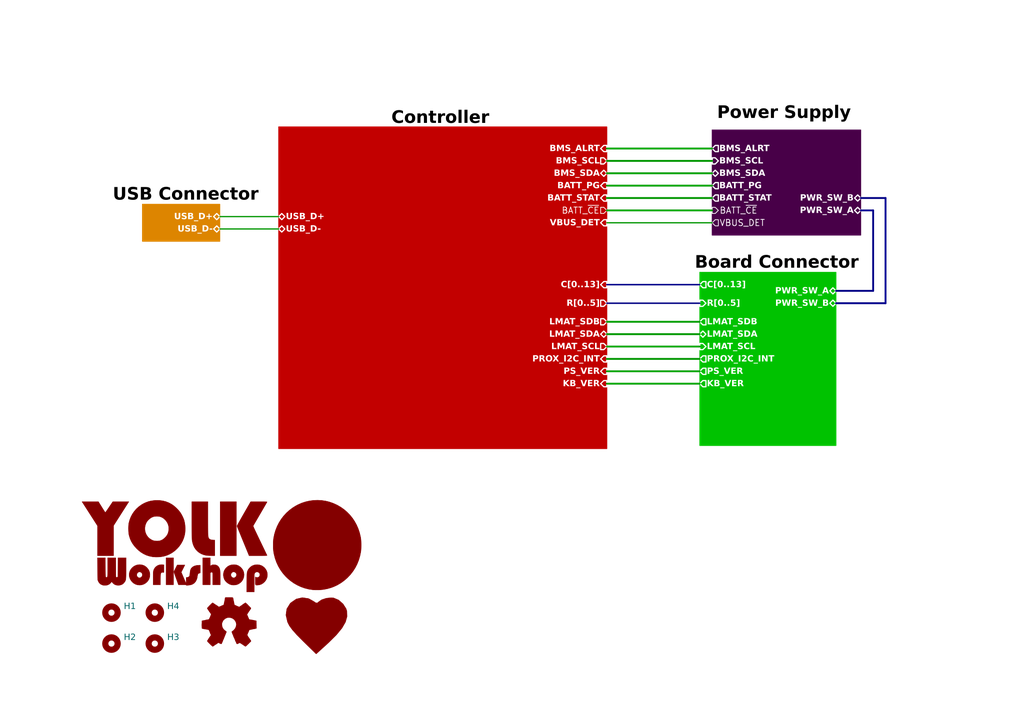
<source format=kicad_sch>
(kicad_sch (version 20231120) (generator "eeschema") (generator_version "8.0")
  (paper "A5")
  (title_block (title "System Block Diagram") (date "2025-02-08") (rev "2") (company "Yolk Workshop") (comment 1 "Designed By K Mumba") (comment 2 "Conceptualised and Design in Zambia") (comment 3 "Yolk Keyboard Controller"))
  (lib_symbols
    (symbol "Graphic:Logo_Open_Hardware_Small" (in_bom no) (on_board no)
      (symbol "Logo_Open_Hardware_Small_0_1"
        (polyline (pts (xy 3.3528 -4.3434) (xy 3.302 -4.318) (xy 3.175 -4.2418) (xy 2.9972 -4.1148) (xy 2.7686 -3.9624) (xy 2.54 -3.81) (xy 2.3622 -3.7084) (xy 2.2352 -3.6068) (xy 2.1844 -3.5814) (xy 2.159 -3.6068) (xy 2.0574 -3.6576) (xy 1.905 -3.7338) (xy 1.8034 -3.7846) (xy 1.6764 -3.8354) (xy 1.6002 -3.8354) (xy 1.6002 -3.8354) (xy 1.5494 -3.7338) (xy 1.4732 -3.5306) (xy 1.3462 -3.302) (xy 1.2446 -3.0226) (xy 1.1176 -2.7178) (xy 0.9652 -2.413) (xy 0.8636 -2.1082) (xy 0.7366 -1.8288) (xy 0.6604 -1.6256) (xy 0.6096 -1.4732) (xy 0.5842 -1.397) (xy 0.5842 -1.397) (xy 0.6604 -1.3208) (xy 0.7874 -1.2446) (xy 1.0414 -1.016) (xy 1.2954 -0.6858) (xy 1.4478 -0.3302) (xy 1.524 0.0762) (xy 1.4732 0.4572) (xy 1.3208 0.8128) (xy 1.0668 1.143) (xy 0.762 1.3716) (xy 0.4064 1.524) (xy 0 1.5748) (xy -0.381 1.5494) (xy -0.7366 1.397) (xy -1.0668 1.143) (xy -1.2192 0.9906) (xy -1.397 0.6604) (xy -1.524 0.3048) (xy -1.524 0.2286) (xy -1.4986 -0.1778) (xy -1.397 -0.5334) (xy -1.1938 -0.8636) (xy -0.9144 -1.143) (xy -0.8636 -1.1684) (xy -0.7366 -1.27) (xy -0.635 -1.3462) (xy -0.5842 -1.397) (xy -1.0668 -2.5908) (xy -1.143 -2.794) (xy -1.2954 -3.1242) (xy -1.397 -3.4036) (xy -1.4986 -3.6322) (xy -1.5748 -3.7846) (xy -1.6002 -3.8354) (xy -1.6002 -3.8354) (xy -1.651 -3.8354) (xy -1.7272 -3.81) (xy -1.905 -3.7338) (xy -2.0066 -3.683) (xy -2.1336 -3.6068) (xy -2.2098 -3.5814) (xy -2.2606 -3.6068) (xy -2.3622 -3.683) (xy -2.54 -3.81) (xy -2.7686 -3.9624) (xy -2.9718 -4.0894) (xy -3.1496 -4.2164) (xy -3.302 -4.318) (xy -3.3528 -4.3434) (xy -3.3782 -4.3434) (xy -3.429 -4.318) (xy -3.5306 -4.2164) (xy -3.7084 -4.064) (xy -3.937 -3.8354) (xy -3.9624 -3.81) (xy -4.1656 -3.6068) (xy -4.318 -3.4544) (xy -4.4196 -3.3274) (xy -4.445 -3.2766) (xy -4.445 -3.2766) (xy -4.4196 -3.2258) (xy -4.318 -3.0734) (xy -4.2164 -2.8956) (xy -4.064 -2.667) (xy -3.6576 -2.0828) (xy -3.8862 -1.5494) (xy -3.937 -1.3716) (xy -4.0386 -1.1684) (xy -4.0894 -1.0414) (xy -4.1148 -0.9652) (xy -4.191 -0.9398) (xy -4.318 -0.9144) (xy -4.5466 -0.8636) (xy -4.8006 -0.8128) (xy -5.0546 -0.7874) (xy -5.2578 -0.7366) (xy -5.4356 -0.7112) (xy -5.5118 -0.6858) (xy -5.5118 -0.6858) (xy -5.5372 -0.635) (xy -5.5372 -0.5588) (xy -5.5372 -0.4318) (xy -5.5626 -0.2286) (xy -5.5626 0.0762) (xy -5.5626 0.127) (xy -5.5372 0.4064) (xy -5.5372 0.635) (xy -5.5372 0.762) (xy -5.5372 0.8382) (xy -5.5372 0.8382) (xy -5.461 0.8382) (xy -5.3086 0.889) (xy -5.08 0.9144) (xy -4.826 0.9652) (xy -4.8006 0.9906) (xy -4.5466 1.0414) (xy -4.318 1.0668) (xy -4.1656 1.1176) (xy -4.0894 1.143) (xy -4.0894 1.143) (xy -4.0386 1.2446) (xy -3.9624 1.4224) (xy -3.8608 1.6256) (xy -3.7846 1.8288) (xy -3.7084 2.0066) (xy -3.6576 2.159) (xy -3.6322 2.2098) (xy -3.6322 2.2098) (xy -3.683 2.286) (xy -3.7592 2.413) (xy -3.8862 2.5908) (xy -4.064 2.8194) (xy -4.064 2.8448) (xy -4.2164 3.0734) (xy -4.3434 3.2512) (xy -4.4196 3.3782) (xy -4.445 3.4544) (xy -4.445 3.4544) (xy -4.3942 3.5052) (xy -4.2926 3.6322) (xy -4.1148 3.81) (xy -3.937 4.0132) (xy -3.8608 4.064) (xy -3.6576 4.2926) (xy -3.5052 4.4196) (xy -3.4036 4.4958) (xy -3.3528 4.5212) (xy -3.3528 4.5212) (xy -3.302 4.4704) (xy -3.1496 4.3688) (xy -2.9718 4.2418) (xy -2.7432 4.0894) (xy -2.7178 4.0894) (xy -2.4892 3.937) (xy -2.3114 3.81) (xy -2.1844 3.7084) (xy -2.1336 3.683) (xy -2.1082 3.683) (xy -2.032 3.7084) (xy -1.8542 3.7592) (xy -1.6764 3.8354) (xy -1.4732 3.937) (xy -1.27 4.0132) (xy -1.143 4.064) (xy -1.0668 4.1148) (xy -1.0668 4.1148) (xy -1.0414 4.191) (xy -1.016 4.3434) (xy -0.9652 4.572) (xy -0.9144 4.8514) (xy -0.889 4.9022) (xy -0.8382 5.1562) (xy -0.8128 5.3848) (xy -0.7874 5.5372) (xy -0.762 5.588) (xy -0.7112 5.6134) (xy -0.5842 5.6134) (xy -0.4064 5.6134) (xy -0.1524 5.6134) (xy 0.0762 5.6134) (xy 0.3302 5.6134) (xy 0.5334 5.6134) (xy 0.6858 5.588) (xy 0.7366 5.588) (xy 0.7366 5.588) (xy 0.762 5.5118) (xy 0.8128 5.334) (xy 0.8382 5.1054) (xy 0.9144 4.826) (xy 0.9144 4.7752) (xy 0.9652 4.5212) (xy 1.016 4.2926) (xy 1.0414 4.1402) (xy 1.0668 4.0894) (xy 1.0668 4.0894) (xy 1.1938 4.0386) (xy 1.3716 3.9624) (xy 1.5748 3.8608) (xy 2.0828 3.6576) (xy 2.7178 4.0894) (xy 2.7686 4.1402) (xy 2.9972 4.2926) (xy 3.175 4.4196) (xy 3.302 4.4958) (xy 3.3782 4.5212) (xy 3.3782 4.5212) (xy 3.429 4.4704) (xy 3.556 4.3434) (xy 3.7338 4.191) (xy 3.9116 3.9878) (xy 4.064 3.8354) (xy 4.2418 3.6576) (xy 4.3434 3.556) (xy 4.4196 3.4798) (xy 4.4196 3.429) (xy 4.4196 3.4036) (xy 4.3942 3.3274) (xy 4.2926 3.2004) (xy 4.1656 2.9972) (xy 4.0132 2.794) (xy 3.8862 2.5908) (xy 3.7592 2.3876) (xy 3.6576 2.2352) (xy 3.6322 2.159) (xy 3.6322 2.1336) (xy 3.683 2.0066) (xy 3.7592 1.8288) (xy 3.8608 1.6002) (xy 4.064 1.1176) (xy 4.3942 1.0414) (xy 4.5974 1.016) (xy 4.8768 0.9652) (xy 5.1308 0.9144) (xy 5.5372 0.8382) (xy 5.5626 -0.6604) (xy 5.4864 -0.6858) (xy 5.4356 -0.6858) (xy 5.2832 -0.7366) (xy 5.0546 -0.762) (xy 4.8006 -0.8128) (xy 4.5974 -0.8636) (xy 4.3688 -0.9144) (xy 4.2164 -0.9398) (xy 4.1402 -0.9398) (xy 4.1148 -0.9652) (xy 4.064 -1.0668) (xy 3.9878 -1.2446) (xy 3.9116 -1.4478) (xy 3.81 -1.651) (xy 3.7338 -1.8542) (xy 3.683 -2.0066) (xy 3.6576 -2.0828) (xy 3.683 -2.1336) (xy 3.7846 -2.2606) (xy 3.8862 -2.4638) (xy 4.0386 -2.667) (xy 4.191 -2.8956) (xy 4.318 -3.0734) (xy 4.3942 -3.2004) (xy 4.445 -3.2766) (xy 4.4196 -3.3274) (xy 4.3434 -3.429) (xy 4.1656 -3.5814) (xy 3.937 -3.8354) (xy 3.8862 -3.8608) (xy 3.683 -4.064) (xy 3.5306 -4.2164) (xy 3.4036 -4.318) (xy 3.3528 -4.3434)) (fill (type outline)))
      )
    )
    (symbol "Mechanical:MountingHole" (pin_names (offset 1.016)) (exclude_from_sim yes) (in_bom no)
      (property "Reference" "H" (at 0 5.08 0))
      (property "Value" "MountingHole" (at 0 3.175 0))
      (symbol "MountingHole_0_1"
        (circle (center 0 0) (radius 1.27) (stroke (width 1.27)))
      )
    )
    (symbol "heart:LOGO" (pin_names (offset 1.016))
      (symbol "LOGO_0_0"
        (polyline (pts (xy 2.296 -3.911) (xy 2.6586 -3.5783) (xy 4.2342 -2.0107) (xy 5.3641 -0.6337) (xy 6.0772 0.6008) (xy 6.4024 1.7406) (xy 6.3686 2.8335) (xy 6.2117 3.3426) (xy 5.5807 4.3311) (xy 4.6715 5.126) (xy 3.655 5.5558) (xy 3.1585 5.6014) (xy 2.1342 5.4903) (xy 1.1816 5.1754) (xy 0.5322 4.7188) (xy 0.3583 4.5469) (xy 0.0488 4.5201) (xy -0.4478 4.849) (xy -1.4775 5.4225) (xy -2.7523 5.622) (xy -4.0072 5.3326) (xy -5.1246 4.5614) (xy -5.2716 4.4072) (xy -5.9554 3.3003) (xy -6.129 2.0391) (xy -5.7958 0.6021) (xy -5.7868 0.5787) (xy -5.4162 -0.1472) (xy -4.8055 -0.9853) (xy -3.8937 -2.0102) (xy -2.6199 -3.2969) (xy 0.0725 -5.9297) (xy 2.296 -3.911)) (stroke (width 0.01)) (fill (type outline)))
      )
    )
    (symbol "yolk_workshop_logo:LOGO" (pin_names (offset 1.016))
      (symbol "LOGO_0_0"
        (polyline (pts (xy -10.136 -5.48) (xy -10.136 -2.72) (xy -10.8972 -2.72) (xy -11.6584 -2.72) (xy -11.6584 -5.48) (xy -11.6584 -8.24) (xy -10.8972 -8.24) (xy -10.136 -8.24) (xy -10.136 -5.48)) (stroke (width 0.01)) (fill (type outline)))
        (polyline (pts (xy 2.7643 3.26) (xy 2.7643 8.8) (xy 1.1017 8.8) (xy -0.5609 8.8) (xy -0.5609 3.26) (xy -0.5609 -2.28) (xy 1.1017 -2.28) (xy 2.7643 -2.28) (xy 2.7643 3.26)) (stroke (width 0.01)) (fill (type outline)))
        (polyline (pts (xy -12.82 -7.21) (xy -12.8191 -6.9957) (xy -12.8154 -6.716) (xy -12.8091 -6.4678) (xy -12.8006 -6.2631) (xy -12.7904 -6.1142) (xy -12.7789 -6.0332) (xy -12.751 -5.9462) (xy -12.6729 -5.8041) (xy -12.5642 -5.7261) (xy -12.4141 -5.7025) (xy -12.374 -5.7033) (xy -12.2523 -5.7148) (xy -12.1692 -5.7356) (xy -12.1628 -5.7384) (xy -12.1406 -5.7411) (xy -12.1242 -5.7225) (xy -12.1128 -5.6728) (xy -12.1054 -5.582) (xy -12.1013 -5.4406) (xy -12.0995 -5.2388) (xy -12.0991 -4.9667) (xy -12.0991 -4.1649) (xy -12.2848 -4.137) (xy -12.417 -4.1263) (xy -12.5935 -4.1243) (xy -12.7728 -4.132) (xy -13.0836 -4.1879) (xy -13.4006 -4.3147) (xy -13.6851 -4.5018) (xy -13.9236 -4.7402) (xy -14.1027 -5.021) (xy -14.1373 -5.0942) (xy -14.1827 -5.2016) (xy -14.219 -5.3102) (xy -14.2471 -5.4298) (xy -14.268 -5.5702) (xy -14.2829 -5.7413) (xy -14.2927 -5.953) (xy -14.2985 -6.2151) (xy -14.3013 -6.5374) (xy -14.3021 -6.93) (xy -14.3026 -8.24) (xy -13.5614 -8.24) (xy -12.8202 -8.24) (xy -12.82 -7.21)) (stroke (width 0.01)) (fill (type outline)))
        (polyline (pts (xy -2.6041 -7.0381) (xy -2.6041 -5.8363) (xy -2.502 -5.7343) (xy -2.4734 -5.7073) (xy -2.3863 -5.6553) (xy -2.2916 -5.6583) (xy -2.2442 -5.6708) (xy -2.1969 -5.6909) (xy -2.1599 -5.7241) (xy -2.132 -5.7789) (xy -2.1118 -5.8636) (xy -2.0982 -5.9865) (xy -2.0898 -6.156) (xy -2.0853 -6.3805) (xy -2.0836 -6.6682) (xy -2.0833 -7.0276) (xy -2.0833 -8.24) (xy -1.3221 -8.24) (xy -0.5609 -8.24) (xy -0.5612 -6.89) (xy -0.5613 -6.7804) (xy -0.563 -6.3669) (xy -0.5676 -6.0227) (xy -0.5757 -5.7389) (xy -0.5881 -5.5068) (xy -0.6057 -5.3177) (xy -0.6291 -5.163) (xy -0.6591 -5.0338) (xy -0.6965 -4.9214) (xy -0.742 -4.8172) (xy -0.8212 -4.6726) (xy -1.0077 -4.4384) (xy -1.2355 -4.2725) (xy -1.5065 -4.1736) (xy -1.8229 -4.1405) (xy -1.8423 -4.1405) (xy -2.0104 -4.1448) (xy -2.1337 -4.1623) (xy -2.2441 -4.2003) (xy -2.3738 -4.2661) (xy -2.6041 -4.3923) (xy -2.6041 -3.5561) (xy -2.6041 -2.72) (xy -3.3653 -2.72) (xy -4.1265 -2.72) (xy -4.1265 -5.48) (xy -4.1265 -8.24) (xy -3.3653 -8.24) (xy -2.6041 -8.24) (xy -2.6041 -7.0381)) (stroke (width 0.01)) (fill (type outline)))
        (polyline (pts (xy -22.4354 0.8008) (xy -22.4354 3.8815) (xy -20.9271 6.2508) (xy -20.7514 6.5267) (xy -20.5069 6.9108) (xy -20.2763 7.2728) (xy -20.0635 7.6069) (xy -19.872 7.9076) (xy -19.7053 8.1691) (xy -19.5672 8.3858) (xy -19.4612 8.5519) (xy -19.3909 8.6619) (xy -19.36 8.71) (xy -19.3012 8.8) (xy -20.9403 8.8) (xy -22.5793 8.8001) (xy -23.3361 7.6801) (xy -23.4711 7.4808) (xy -23.6416 7.2314) (xy -23.7943 7.0102) (xy -23.924 6.8248) (xy -24.0253 6.6828) (xy -24.0927 6.592) (xy -24.121 6.5601) (xy -24.1344 6.5744) (xy -24.1864 6.6476) (xy -24.2717 6.7757) (xy -24.3854 6.9508) (xy -24.5222 7.165) (xy -24.6771 7.4102) (xy -24.8447 7.6785) (xy -25.5403 8.7969) (xy -27.2175 8.7985) (xy -28.8947 8.8001) (xy -28.8359 8.7101) (xy -28.8173 8.6812) (xy -28.757 8.5874) (xy -28.6598 8.4361) (xy -28.5292 8.2327) (xy -28.369 7.983) (xy -28.1827 7.6926) (xy -27.9739 7.3671) (xy -27.7462 7.0121) (xy -27.5033 6.6334) (xy -27.2488 6.2365) (xy -25.7205 3.8529) (xy -25.7205 0.7865) (xy -25.7205 -2.28) (xy -24.0779 -2.28) (xy -22.4354 -2.28) (xy -22.4354 0.8008)) (stroke (width 0.01)) (fill (type outline)))
        (polyline (pts (xy -1.6827 -0.68) (xy -1.6827 0.92) (xy -1.8976 0.92) (xy -1.9981 0.9226) (xy -2.2558 0.9499) (xy -2.494 1.0023) (xy -2.683 1.0742) (xy -2.7187 1.0947) (xy -2.862 1.2319) (xy -2.9709 1.4359) (xy -3.0421 1.7012) (xy -3.0428 1.7055) (xy -3.0515 1.8047) (xy -3.0593 1.983) (xy -3.066 2.2395) (xy -3.0717 2.5734) (xy -3.0764 2.9838) (xy -3.0801 3.4698) (xy -3.0828 4.0307) (xy -3.0844 4.6655) (xy -3.0849 5.3733) (xy -3.0849 8.8) (xy -4.7275 8.8) (xy -6.3701 8.8) (xy -6.3701 5.0229) (xy -6.3699 4.5644) (xy -6.3688 3.8742) (xy -6.3668 3.2523) (xy -6.3638 2.7001) (xy -6.36 2.219) (xy -6.3552 1.8106) (xy -6.3495 1.4764) (xy -6.343 1.2177) (xy -6.3356 1.036) (xy -6.3274 0.9329) (xy -6.2373 0.4393) (xy -6.0856 -0.0701) (xy -5.8796 -0.526) (xy -5.6171 -0.9333) (xy -5.2959 -1.2966) (xy -5.2343 -1.3553) (xy -4.844 -1.6676) (xy -4.4134 -1.9143) (xy -3.9379 -2.0976) (xy -3.4126 -2.2201) (xy -3.3251 -2.2318) (xy -3.1386 -2.2482) (xy -2.907 -2.2618) (xy -2.6517 -2.2714) (xy -2.3938 -2.2758) (xy -1.6827 -2.28) (xy -1.6827 -0.68)) (stroke (width 0.01)) (fill (type outline)))
        (polyline (pts (xy 2.3723 -8.2975) (xy 2.6538 -8.2644) (xy 2.8926 -8.2051) (xy 3.1154 -8.1141) (xy 3.464 -7.9082) (xy 3.7608 -7.6473) (xy 4.0008 -7.3388) (xy 4.1786 -6.9901) (xy 4.2888 -6.6086) (xy 4.3263 -6.2015) (xy 4.3242 -6.0997) (xy 4.2749 -5.7184) (xy 4.1577 -5.3702) (xy 3.9686 -5.0457) (xy 3.7034 -4.7356) (xy 3.525 -4.5722) (xy 3.2042 -4.3528) (xy 2.8589 -4.2079) (xy 2.483 -4.1351) (xy 2.0705 -4.1322) (xy 1.6886 -4.1876) (xy 1.3231 -4.3077) (xy 0.9926 -4.4952) (xy 0.687 -4.7545) (xy 0.5468 -4.9097) (xy 0.3288 -5.2368) (xy 0.1799 -5.5942) (xy 0.1016 -5.9728) (xy 0.0988 -6.1477) (xy 1.6261 -6.1477) (xy 1.6825 -5.9515) (xy 1.8051 -5.7792) (xy 1.9905 -5.6448) (xy 2.0649 -5.6157) (xy 2.243 -5.6014) (xy 2.4243 -5.6495) (xy 2.5887 -5.7528) (xy 2.7159 -5.9041) (xy 2.7512 -5.9736) (xy 2.798 -6.1756) (xy 2.7724 -6.3789) (xy 2.6779 -6.5687) (xy 2.518 -6.7304) (xy 2.4611 -6.7666) (xy 2.2827 -6.8224) (xy 2.0932 -6.8143) (xy 1.9147 -6.7455) (xy 1.7695 -6.6194) (xy 1.7243 -6.5554) (xy 1.639 -6.3537) (xy 1.6261 -6.1477) (xy 0.0988 -6.1477) (xy 0.0953 -6.3638) (xy 0.1624 -6.758) (xy 0.3045 -7.1465) (xy 0.3674 -7.2647) (xy 0.5633 -7.5315) (xy 0.8152 -7.7779) (xy 1.1063 -7.9907) (xy 1.4199 -8.1568) (xy 1.7391 -8.2633) (xy 1.8166 -8.2783) (xy 2.0821 -8.3027) (xy 2.3723 -8.2975)) (stroke (width 0.01)) (fill (type outline)))
        (polyline (pts (xy -16.6385 -8.2667) (xy -16.2592 -8.1453) (xy -15.9071 -7.951) (xy -15.589 -7.6858) (xy -15.5341 -7.629) (xy -15.2885 -7.3185) (xy -15.1174 -6.9858) (xy -15.0171 -6.622) (xy -14.9841 -6.2184) (xy -14.9914 -6.0062) (xy -15.0474 -5.6514) (xy -15.164 -5.3316) (xy -15.3474 -5.0315) (xy -15.6039 -4.7363) (xy -15.6914 -4.6511) (xy -15.9207 -4.4617) (xy -16.1455 -4.3297) (xy -16.3356 -4.2502) (xy -16.7138 -4.1492) (xy -17.0897 -4.1183) (xy -17.4564 -4.1524) (xy -17.8068 -4.2464) (xy -18.1342 -4.3953) (xy -18.4314 -4.5939) (xy -18.6915 -4.8373) (xy -18.9077 -5.1204) (xy -19.0728 -5.438) (xy -19.18 -5.7852) (xy -19.2222 -6.1569) (xy -19.2214 -6.1681) (xy -17.6727 -6.1681) (xy -17.6294 -5.9902) (xy -17.5417 -5.8311) (xy -17.4147 -5.7052) (xy -17.2532 -5.6267) (xy -17.062 -5.61) (xy -16.9985 -5.6188) (xy -16.7965 -5.693) (xy -16.6411 -5.8263) (xy -16.5413 -6.0087) (xy -16.506 -6.2301) (xy -16.5397 -6.4031) (xy -16.6387 -6.5799) (xy -16.7899 -6.7292) (xy -16.8676 -6.7712) (xy -17.0088 -6.813) (xy -17.1544 -6.8291) (xy -17.2672 -6.8131) (xy -17.2683 -6.8127) (xy -17.3432 -6.7724) (xy -17.4381 -6.7111) (xy -17.4883 -6.6718) (xy -17.6071 -6.5232) (xy -17.6669 -6.3506) (xy -17.6727 -6.1681) (xy -19.2214 -6.1681) (xy -19.1926 -6.5479) (xy -19.1564 -6.7158) (xy -19.0227 -7.0801) (xy -18.8248 -7.4143) (xy -18.5716 -7.7091) (xy -18.2723 -7.9547) (xy -17.9359 -8.1417) (xy -17.5713 -8.2606) (xy -17.4524 -8.2833) (xy -17.0384 -8.3133) (xy -16.6385 -8.2667)) (stroke (width 0.01)) (fill (type outline)))
        (polyline (pts (xy -7.3505 -8.3547) (xy -7.1813 -8.3427) (xy -7.1421 -8.3394) (xy -6.9496 -8.3196) (xy -6.7675 -8.2958) (xy -6.6305 -8.2726) (xy -6.4607 -8.2285) (xy -6.136 -8.0868) (xy -5.8565 -7.8808) (xy -5.6239 -7.6127) (xy -5.4402 -7.285) (xy -5.307 -6.8999) (xy -5.2263 -6.46) (xy -5.1904 -6.2388) (xy -5.1363 -6.0759) (xy -5.0585 -5.9668) (xy -4.9506 -5.8985) (xy -4.9354 -5.8924) (xy -4.8198 -5.8552) (xy -4.7288 -5.84) (xy -4.7133 -5.8394) (xy -4.6895 -5.8311) (xy -4.6722 -5.8047) (xy -4.6605 -5.7498) (xy -4.6532 -5.6563) (xy -4.6492 -5.5136) (xy -4.6476 -5.3116) (xy -4.6473 -5.04) (xy -4.6473 -4.24) (xy -4.8577 -4.2412) (xy -4.9349 -4.2424) (xy -5.3495 -4.2767) (xy -5.7138 -4.3565) (xy -6.0216 -4.4799) (xy -6.2664 -4.6452) (xy -6.3165 -4.6905) (xy -6.4494 -4.8299) (xy -6.5518 -4.9783) (xy -6.6293 -5.1498) (xy -6.6874 -5.3586) (xy -6.7314 -5.619) (xy -6.7669 -5.9451) (xy -6.7784 -6.0527) (xy -6.8053 -6.2325) (xy -6.8367 -6.3812) (xy -6.868 -6.4744) (xy -6.9526 -6.5857) (xy -7.1187 -6.6879) (xy -7.3509 -6.7461) (xy -7.5319 -6.7708) (xy -7.5319 -7.3734) (xy -7.5325 -7.4877) (xy -7.5367 -7.6762) (xy -7.5441 -7.8224) (xy -7.5541 -7.9139) (xy -7.5658 -7.938) (xy -7.571 -7.9297) (xy -7.6049 -7.8602) (xy -7.6644 -7.7299) (xy -7.7453 -7.548) (xy -7.8434 -7.324) (xy -7.9546 -7.0672) (xy -8.0747 -6.7871) (xy -8.5497 -5.6743) (xy -8.1811 -4.9371) (xy -7.8126 -4.2) (xy -8.5939 -4.2) (xy -9.3751 -4.2) (xy -9.7227 -4.8954) (xy -10.0703 -5.5908) (xy -9.5956 -6.9154) (xy -9.1209 -8.24) (xy -8.3264 -8.24) (xy -8.0934 -8.2403) (xy -7.8797 -8.2423) (xy -7.7275 -8.2467) (xy -7.6267 -8.2544) (xy -7.5673 -8.2662) (xy -7.5391 -8.283) (xy -7.5319 -8.3055) (xy -7.5301 -8.3227) (xy -7.5099 -8.3463) (xy -7.455 -8.3565) (xy -7.3505 -8.3547)) (stroke (width 0.01)) (fill (type outline)))
        (polyline (pts (xy 6.4186 -7.87) (xy 6.4194 -7.7391) (xy 6.4222 -7.3269) (xy 6.4251 -6.9853) (xy 6.4284 -6.707) (xy 6.4325 -6.4846) (xy 6.4377 -6.3109) (xy 6.4443 -6.1785) (xy 6.4528 -6.0801) (xy 6.4634 -6.0084) (xy 6.4765 -5.956) (xy 6.4925 -5.9156) (xy 6.5116 -5.88) (xy 6.517 -5.8708) (xy 6.6447 -5.7261) (xy 6.8042 -5.6416) (xy 6.9803 -5.613) (xy 7.1581 -5.6363) (xy 7.3225 -5.7076) (xy 7.4585 -5.8227) (xy 7.551 -5.9777) (xy 7.585 -6.1684) (xy 7.578 -6.2688) (xy 7.5155 -6.4689) (xy 7.3969 -6.6265) (xy 7.2325 -6.7306) (xy 7.0324 -6.7699) (xy 7.0157 -6.7699) (xy 6.8688 -6.7508) (xy 6.7532 -6.7053) (xy 6.6504 -6.6381) (xy 6.6504 -7.4547) (xy 6.6501 -7.6535) (xy 6.6505 -7.8904) (xy 6.6559 -8.0637) (xy 6.6708 -8.1833) (xy 6.6996 -8.2588) (xy 6.7469 -8.3002) (xy 6.8172 -8.3173) (xy 6.9148 -8.3198) (xy 7.0443 -8.3176) (xy 7.1324 -8.3152) (xy 7.527 -8.259) (xy 7.8926 -8.1286) (xy 8.2308 -7.9234) (xy 8.5429 -7.6427) (xy 8.6726 -7.4918) (xy 8.8881 -7.158) (xy 9.0332 -6.8025) (xy 9.1089 -6.4343) (xy 9.1163 -6.0624) (xy 9.0565 -5.6959) (xy 8.9306 -5.3438) (xy 8.7395 -5.0151) (xy 8.4844 -4.7187) (xy 8.1663 -4.4638) (xy 7.8925 -4.3133) (xy 7.5252 -4.1883) (xy 7.138 -4.1309) (xy 6.7445 -4.1416) (xy 6.3585 -4.2211) (xy 5.9935 -4.3698) (xy 5.8993 -4.4243) (xy 5.6763 -4.5879) (xy 5.4631 -4.7869) (xy 5.2815 -4.9998) (xy 5.153 -5.2052) (xy 5.1244 -5.264) (xy 5.0764 -5.3661) (xy 5.0363 -5.4617) (xy 5.0033 -5.5587) (xy 4.9766 -5.6648) (xy 4.9555 -5.7881) (xy 4.9392 -5.9363) (xy 4.9269 -6.1173) (xy 4.9177 -6.3391) (xy 4.9111 -6.6093) (xy 4.9061 -6.936) (xy 4.9021 -7.3269) (xy 4.8981 -7.79) (xy 4.8822 -9.72) (xy 5.6446 -9.72) (xy 6.407 -9.72) (xy 6.4186 -7.87)) (stroke (width 0.01)) (fill (type outline)))
        (polyline (pts (xy 19.746 -9.3059) (xy 20.5621 -9.2278) (xy 21.3694 -9.0777) (xy 22.1549 -8.8568) (xy 22.7413 -8.6392) (xy 23.4895 -8.2885) (xy 24.2013 -7.8675) (xy 24.8786 -7.375) (xy 25.5235 -6.8097) (xy 25.5681 -6.7667) (xy 26.1569 -6.1415) (xy 26.6791 -5.4721) (xy 27.1341 -4.7597) (xy 27.5213 -4.0053) (xy 27.8402 -3.2098) (xy 28.0904 -2.3744) (xy 28.2711 -1.5) (xy 28.2779 -1.4561) (xy 28.309 -1.1781) (xy 28.331 -0.8435) (xy 28.3439 -0.4714) (xy 28.3477 -0.0811) (xy 28.3424 0.3083) (xy 28.3279 0.6776) (xy 28.3044 1.0074) (xy 28.2717 1.2786) (xy 28.2121 1.6175) (xy 28.0104 2.4596) (xy 27.7396 3.2675) (xy 27.4024 4.0379) (xy 27.0017 4.7675) (xy 26.5403 5.453) (xy 26.0211 6.0912) (xy 25.4469 6.6786) (xy 24.8204 7.2121) (xy 24.1447 7.6884) (xy 23.4224 8.1041) (xy 22.6565 8.4559) (xy 21.8497 8.7406) (xy 21.8072 8.7534) (xy 21.0246 8.9444) (xy 20.2239 9.0605) (xy 19.4127 9.1024) (xy 18.5988 9.0706) (xy 17.7898 8.9658) (xy 16.9934 8.7886) (xy 16.2173 8.5396) (xy 15.4693 8.2195) (xy 15.0194 7.9856) (xy 14.2979 7.5405) (xy 13.6269 7.0359) (xy 13.009 6.4753) (xy 12.4469 5.8622) (xy 11.9431 5.2001) (xy 11.5002 4.4925) (xy 11.1208 3.7431) (xy 10.8075 2.9553) (xy 10.5628 2.1326) (xy 10.3894 1.2786) (xy 10.3587 1.0288) (xy 10.3338 0.694) (xy 10.3187 0.3178) (xy 10.3133 -0.0795) (xy 10.3177 -0.4781) (xy 10.3318 -0.8577) (xy 10.3556 -1.1983) (xy 10.3892 -1.48) (xy 10.4845 -1.9991) (xy 10.7017 -2.8413) (xy 10.9903 -3.6509) (xy 11.3488 -4.4247) (xy 11.7754 -5.1595) (xy 12.2688 -5.8519) (xy 12.8273 -6.4989) (xy 13.2323 -6.9003) (xy 13.8712 -7.4424) (xy 14.5536 -7.9213) (xy 15.2741 -8.3344) (xy 16.0273 -8.679) (xy 16.8078 -8.9523) (xy 17.6101 -9.1518) (xy 18.429 -9.2748) (xy 18.934 -9.3105) (xy 19.746 -9.3059)) (stroke (width 0.01)) (fill (type outline)))
        (polyline (pts (xy 7.6615 -2.2795) (xy 8.0359 -2.2782) (xy 8.3413 -2.2758) (xy 8.5836 -2.2721) (xy 8.7682 -2.2671) (xy 8.9008 -2.2605) (xy 8.987 -2.2522) (xy 9.0326 -2.2421) (xy 9.043 -2.23) (xy 9.0364 -2.2154) (xy 8.9988 -2.1358) (xy 8.9305 -1.9925) (xy 8.8342 -1.7908) (xy 8.7124 -1.5362) (xy 8.5677 -1.2342) (xy 8.4028 -0.8901) (xy 8.2202 -0.5094) (xy 8.0225 -0.0976) (xy 7.8124 0.34) (xy 7.5925 0.7979) (xy 7.5448 0.8971) (xy 7.2947 1.4178) (xy 7.0769 1.8719) (xy 6.8892 2.2643) (xy 6.7296 2.5997) (xy 6.5959 2.8827) (xy 6.486 3.1182) (xy 6.3978 3.3108) (xy 6.3293 3.4653) (xy 6.2782 3.5865) (xy 6.2425 3.679) (xy 6.2201 3.7476) (xy 6.2088 3.7971) (xy 6.2066 3.8321) (xy 6.2114 3.8575) (xy 6.221 3.8779) (xy 6.2321 3.897) (xy 6.282 3.9827) (xy 6.3668 4.1285) (xy 6.4832 4.3284) (xy 6.6275 4.5764) (xy 6.7965 4.8667) (xy 6.9866 5.1932) (xy 7.1943 5.5501) (xy 7.4162 5.9313) (xy 7.6488 6.3309) (xy 7.7787 6.554) (xy 8.0042 6.942) (xy 8.2162 7.3073) (xy 8.4113 7.6441) (xy 8.5862 7.9466) (xy 8.7375 8.2089) (xy 8.8619 8.4253) (xy 8.956 8.59) (xy 9.0165 8.6971) (xy 9.0401 8.7409) (xy 9.0404 8.7514) (xy 9.0238 8.7641) (xy 8.981 8.7745) (xy 8.9053 8.7827) (xy 8.7899 8.789) (xy 8.6281 8.7936) (xy 8.4131 8.7968) (xy 8.1383 8.7988) (xy 7.7968 8.7998) (xy 7.3819 8.8) (xy 5.701 8.8001) (xy 4.289 6.3355) (xy 4.2556 6.2772) (xy 3.9552 5.7514) (xy 3.6946 5.2922) (xy 3.4726 4.8979) (xy 3.2883 4.5664) (xy 3.1407 4.2959) (xy 3.0286 4.0845) (xy 2.951 3.9302) (xy 2.9069 3.8312) (xy 2.8952 3.7855) (xy 2.8969 3.7796) (xy 2.9221 3.712) (xy 2.9748 3.5776) (xy 3.0528 3.3824) (xy 3.1535 3.1321) (xy 3.2748 2.8326) (xy 3.4141 2.4897) (xy 3.5692 2.1092) (xy 3.7377 1.6969) (xy 3.9173 1.2585) (xy 4.1055 0.8) (xy 4.1534 0.6835) (xy 4.3401 0.2293) (xy 4.5178 -0.2034) (xy 4.6843 -0.6087) (xy 4.837 -0.9808) (xy 4.9737 -1.3139) (xy 5.0919 -1.6021) (xy 5.1892 -1.8397) (xy 5.2632 -2.0207) (xy 5.3116 -2.1394) (xy 5.332 -2.19) (xy 5.3664 -2.28) (xy 7.2146 -2.28) (xy 7.6615 -2.2795)) (stroke (width 0.01)) (fill (type outline)))
        (polyline (pts (xy -21.2867 -8.3489) (xy -20.9455 -8.2866) (xy -20.6465 -8.157) (xy -20.3872 -7.9589) (xy -20.1654 -7.6911) (xy -20.1548 -7.6754) (xy -20.0958 -7.5846) (xy -20.0456 -7.4978) (xy -20.0035 -7.4079) (xy -19.9688 -7.308) (xy -19.9407 -7.191) (xy -19.9186 -7.05) (xy -19.9018 -6.8779) (xy -19.8895 -6.6678) (xy -19.8811 -6.4127) (xy -19.8757 -6.1056) (xy -19.8728 -5.7394) (xy -19.8716 -5.3072) (xy -19.8713 -4.8021) (xy -19.8713 -2.72) (xy -20.6915 -2.72) (xy -21.5117 -2.72) (xy -21.5228 -4.6635) (xy -21.5339 -6.6071) (xy -21.6285 -6.6835) (xy -21.7148 -6.7414) (xy -21.8015 -6.7531) (xy -21.8969 -6.7032) (xy -21.9091 -6.6933) (xy -21.9248 -6.6733) (xy -21.938 -6.641) (xy -21.9487 -6.5898) (xy -21.9574 -6.5129) (xy -21.9644 -6.4034) (xy -21.9699 -6.2545) (xy -21.9742 -6.0596) (xy -21.9776 -5.8118) (xy -21.9805 -5.5043) (xy -21.9831 -5.1303) (xy -21.9858 -4.6832) (xy -21.9969 -2.72) (xy -22.8171 -2.72) (xy -23.6373 -2.72) (xy -23.6373 -4.6181) (xy -23.6374 -5.0017) (xy -23.6384 -5.4016) (xy -23.6406 -5.7335) (xy -23.6446 -6.0039) (xy -23.651 -6.2193) (xy -23.6602 -6.3865) (xy -23.6727 -6.5118) (xy -23.6891 -6.602) (xy -23.7099 -6.6635) (xy -23.7355 -6.7029) (xy -23.7666 -6.7269) (xy -23.8036 -6.7419) (xy -23.872 -6.7525) (xy -23.9866 -6.7249) (xy -24.0641 -6.6484) (xy -24.0644 -6.6478) (xy -24.0714 -6.5922) (xy -24.0783 -6.4649) (xy -24.0851 -6.2741) (xy -24.0915 -6.0279) (xy -24.0973 -5.7342) (xy -24.1024 -5.4013) (xy -24.1066 -5.0372) (xy -24.1097 -4.65) (xy -24.1216 -2.72) (xy -24.9227 -2.72) (xy -25.7237 -2.72) (xy -25.7121 -4.95) (xy -25.7107 -5.2245) (xy -25.7081 -5.6626) (xy -25.7055 -6.0314) (xy -25.7026 -6.3375) (xy -25.699 -6.588) (xy -25.6944 -6.7896) (xy -25.6887 -6.9492) (xy -25.6816 -7.0735) (xy -25.6727 -7.1695) (xy -25.6618 -7.244) (xy -25.6487 -7.3038) (xy -25.633 -7.3557) (xy -25.6146 -7.4067) (xy -25.6029 -7.4369) (xy -25.4545 -7.7378) (xy -25.2684 -7.9737) (xy -25.0354 -8.154) (xy -24.7464 -8.2879) (xy -24.6581 -8.3154) (xy -24.5213 -8.3412) (xy -24.3543 -8.3519) (xy -24.1323 -8.35) (xy -23.9596 -8.3434) (xy -23.8138 -8.3304) (xy -23.6984 -8.3059) (xy -23.5867 -8.2641) (xy -23.4523 -8.1991) (xy -23.3181 -8.1243) (xy -23.1487 -7.9967) (xy -22.9973 -7.8297) (xy -22.816 -7.5995) (xy -22.7163 -7.7297) (xy -22.6319 -7.8344) (xy -22.402 -8.0614) (xy -22.1538 -8.2186) (xy -21.8736 -8.3134) (xy -21.5474 -8.3532) (xy -21.2867 -8.3489)) (stroke (width 0.01)) (fill (type outline)))
        (polyline (pts (xy -13.1705 -2.5457) (xy -12.5922 -2.4852) (xy -12.0457 -2.3777) (xy -11.519 -2.2161) (xy -10.9291 -1.9608) (xy -10.372 -1.6394) (xy -9.8531 -1.2576) (xy -9.378 -0.8211) (xy -8.9522 -0.3357) (xy -8.5812 0.1928) (xy -8.2706 0.7588) (xy -8.0259 1.3564) (xy -7.8526 1.98) (xy -7.8003 2.2728) (xy -7.7474 2.8015) (xy -7.7374 3.3579) (xy -7.7694 3.9179) (xy -7.8425 4.4569) (xy -7.9559 4.9506) (xy -7.9816 5.0348) (xy -8.0948 5.3413) (xy -8.2431 5.6774) (xy -8.4145 6.0188) (xy -8.597 6.3408) (xy -8.7784 6.6191) (xy -8.8789 6.7533) (xy -9.1154 7.035) (xy -9.3893 7.3278) (xy -9.6807 7.6117) (xy -9.97 7.867) (xy -10.2371 8.074) (xy -10.5486 8.2795) (xy -11.1195 8.5852) (xy -11.7157 8.8163) (xy -12.3398 8.9734) (xy -12.9942 9.0573) (xy -13.6816 9.0687) (xy -14.1572 9.0388) (xy -14.7193 8.961) (xy -15.2458 8.8343) (xy -15.7555 8.6542) (xy -16.2672 8.4157) (xy -16.724 8.1519) (xy -17.268 7.7582) (xy -17.7594 7.3077) (xy -18.1944 6.8056) (xy -18.5693 6.2566) (xy -18.8805 5.6658) (xy -19.1242 5.0382) (xy -19.2967 4.3786) (xy -19.3036 4.3423) (xy -19.3409 4.0651) (xy -19.3641 3.7343) (xy -19.3734 3.3718) (xy -19.3708 3.1542) (xy -16.013 3.1542) (xy -15.9948 3.5906) (xy -15.9041 4.0224) (xy -15.7397 4.4396) (xy -15.6673 4.5773) (xy -15.5577 4.7498) (xy -15.4246 4.915) (xy -15.2474 5.1001) (xy -14.9526 5.3624) (xy -14.6405 5.5693) (xy -14.3143 5.7095) (xy -13.9595 5.7891) (xy -13.5614 5.8142) (xy -13.2008 5.7933) (xy -12.8192 5.7128) (xy -12.4702 5.5672) (xy -12.1423 5.3516) (xy -11.8241 5.0609) (xy -11.622 4.8271) (xy -11.3787 4.4498) (xy -11.2103 4.045) (xy -11.1173 3.615) (xy -11.1004 3.1621) (xy -11.1603 2.6884) (xy -11.2458 2.3691) (xy -11.3881 2.0444) (xy -11.5887 1.7401) (xy -11.8577 1.4381) (xy -12.0972 1.2162) (xy -12.3618 1.0207) (xy -12.6308 0.8794) (xy -12.922 0.7813) (xy -13.1014 0.746) (xy -13.4034 0.7205) (xy -13.7249 0.7249) (xy -14.0343 0.7583) (xy -14.3001 0.8199) (xy -14.4486 0.8753) (xy -14.7764 1.0455) (xy -15.0897 1.2708) (xy -15.3653 1.5353) (xy -15.3858 1.5586) (xy -15.645 1.9153) (xy -15.8368 2.3067) (xy -15.9599 2.7229) (xy -16.013 3.1542) (xy -19.3708 3.1542) (xy -19.369 2.9995) (xy -19.3511 2.6392) (xy -19.3199 2.3126) (xy -19.2755 2.0418) (xy -19.2083 1.759) (xy -19.0246 1.1791) (xy -18.785 0.6399) (xy -18.4835 0.1303) (xy -18.114 -0.3605) (xy -17.6705 -0.8433) (xy -17.3442 -1.1504) (xy -16.8265 -1.5618) (xy -16.2874 -1.899) (xy -15.721 -2.1652) (xy -15.1215 -2.3634) (xy -14.4828 -2.4966) (xy -14.3106 -2.5199) (xy -13.7526 -2.5577) (xy -13.1705 -2.5457)) (stroke (width 0.01)) (fill (type outline)))
      )
    )
  )
  (wire (pts (xy 124.46 66.04) (xy 143.51 66.04)) (stroke (width 0.381)))
  (wire (pts (xy 124.46 33.02) (xy 146.05 33.02)) (stroke (width 0.381)))
  (bus (pts (xy 124.46 58.42) (xy 143.51 58.42)))
  (wire (pts (xy 45.085 46.99) (xy 57.15 46.99)) (stroke (width 0.254)))
  (wire (pts (xy 124.46 78.74) (xy 143.51 78.74)) (stroke (width 0.381)))
  (wire (pts (xy 124.46 68.58) (xy 143.51 68.58)) (stroke (width 0.381)))
  (wire (pts (xy 124.46 73.66) (xy 143.51 73.66)) (stroke (width 0.381)))
  (wire (pts (xy 124.46 40.64) (xy 146.05 40.64)) (stroke (width 0.381)))
  (wire (pts (xy 45.085 44.45) (xy 57.15 44.45)) (stroke (width 0.254)))
  (wire (pts (xy 171.45 59.69) (xy 179.07 59.69)) (stroke (width 0.381) (color 0 0 132 1)))
  (wire (pts (xy 181.61 40.64) (xy 181.61 62.23)) (stroke (width 0.381) (color 0 0 132 1)))
  (wire (pts (xy 124.46 45.72) (xy 146.05 45.72)) (stroke (width 0.254)))
  (wire (pts (xy 124.46 43.18) (xy 146.05 43.18)) (stroke (width 0.381)))
  (wire (pts (xy 124.46 76.2) (xy 143.51 76.2)) (stroke (width 0.381)))
  (wire (pts (xy 124.46 35.56) (xy 146.05 35.56)) (stroke (width 0.381)))
  (wire (pts (xy 179.07 43.18) (xy 176.53 43.18)) (stroke (width 0.381) (color 0 0 132 1)))
  (wire (pts (xy 176.53 40.64) (xy 181.61 40.64)) (stroke (width 0.381) (color 0 0 132 1)))
  (wire (pts (xy 124.46 38.1) (xy 146.05 38.1)) (stroke (width 0.381)))
  (wire (pts (xy 124.46 30.48) (xy 146.05 30.48)) (stroke (width 0.381)))
  (wire (pts (xy 181.61 62.23) (xy 171.45 62.23)) (stroke (width 0.381) (color 0 0 132 1)))
  (bus (pts (xy 124.46 62.23) (xy 143.51 62.23)))
  (wire (pts (xy 179.07 59.69) (xy 179.07 43.18)) (stroke (width 0.381) (color 0 0 132 1)))
  (wire (pts (xy 124.46 71.12) (xy 143.51 71.12)) (stroke (width 0.381)))
  (symbol (lib_id "Mechanical:MountingHole") (at 22.86 132.08 0) (unit 1) (exclude_from_sim yes) (in_bom no)
    (property "Reference" "H2" (at 25.4 130.8099 0) (effects (justify left)))
    (property "Value" "MountingHole" (effects (hide yes)))
    (property "Footprint" "MountingHole:MountingHole_2.2mm_M2_DIN965_Pad" (effects (hide yes)))
    (property "Description" "Mounting Hole without connection" (effects (hide yes)))
  )
  (symbol (lib_id "Mechanical:MountingHole") (at 31.75 132.08 0) (unit 1) (exclude_from_sim yes) (in_bom no)
    (property "Reference" "H3" (at 34.29 130.8099 0) (effects (justify left)))
    (property "Value" "MountingHole" (effects (hide yes)))
    (property "Footprint" "MountingHole:MountingHole_2.2mm_M2_DIN965_Pad" (effects (hide yes)))
    (property "Description" "Mounting Hole without connection" (effects (hide yes)))
  )
  (symbol (lib_id "Graphic:Logo_Open_Hardware_Small") (at 46.99 128.27 0) (unit 1) (exclude_from_sim yes) (in_bom no) (on_board no)
    (property "Reference" "#SYM1" (effects (hide yes)))
    (property "Value" "Logo_Open_Hardware_Small" (effects (hide yes)))
    (property "Description" "Open Hardware logo, small" (effects (hide yes)))
  )
  (symbol (lib_id "heart:LOGO") (at 64.77 128.27 0) (unit 1)
    (property "Reference" "#G1" (effects (hide yes)))
    (property "Value" "LOGO" (effects (hide yes)))
  )
  (symbol (lib_id "Mechanical:MountingHole") (at 22.86 125.73 0) (unit 1) (exclude_from_sim yes) (in_bom no)
    (property "Reference" "H1" (at 25.4 124.4599 0) (effects (justify left)))
    (property "Value" "MountingHole" (effects (hide yes)))
    (property "Footprint" "MountingHole:MountingHole_2.2mm_M2_DIN965_Pad" (effects (hide yes)))
    (property "Description" "Mounting Hole without connection" (effects (hide yes)))
  )
  (symbol (lib_id "Mechanical:MountingHole") (at 31.75 125.73 0) (unit 1) (exclude_from_sim yes) (in_bom no)
    (property "Reference" "H4" (at 34.29 124.4599 0) (effects (justify left)))
    (property "Value" "MountingHole" (effects (hide yes)))
    (property "Footprint" "MountingHole:MountingHole_2.2mm_M2_DIN965_Pad" (effects (hide yes)))
    (property "Description" "Mounting Hole without connection" (effects (hide yes)))
  )
  (symbol (lib_id "yolk_workshop_logo:LOGO") (at 45.72 111.76 0) (unit 1)
    (property "Reference" "#G2" (effects (hide yes)))
    (property "Value" "LOGO" (effects (hide yes)))
  )
  (sheet (at 146.05 26.67) (size 30.48 21.59) (stroke (width 0.1524) (color 72 0 72 1)) (fill (color 72 0 72 1.0000))
    (property "Sheetname" "Power Supply" (at 147.066 24.638 0) (effects (font (size 2.54 2.54) (thickness 0.508) (bold yes)) (justify left bottom)))
    (property "Sheetfile" "PSU.kicad_sch" (effects (hide yes)))
    (pin "BMS_SDA" bidirectional (at 146.05 35.56 180) (effects (font (bold yes))))
    (pin "BMS_ALRT" output (at 146.05 30.48 180) (effects (font (bold yes))))
    (pin "BMS_SCL" input (at 146.05 33.02 180) (effects (font (bold yes))))
    (pin "BATT_PG" output (at 146.05 38.1 180) (effects (font (thickness 0.254) (bold yes))))
    (pin "BATT_STAT" output (at 146.05 40.64 180) (effects (font (thickness 0.254) (bold yes))))
    (pin "PWR_SW_A" tri_state (at 176.53 43.18 0) (effects (font (thickness 0.254) (bold yes))))
    (pin "PWR_SW_B" bidirectional (at 176.53 40.64 0) (effects (font (thickness 0.254) (bold yes))))
    (pin "VBUS_DET" output (at 146.05 45.72 180))
    (pin "BATT_~{CE}" input (at 146.05 43.18 180))
  )
  (sheet (at 29.21 41.91) (size 15.875 7.62) (stroke (width 0.1524) (color 221 133 0 1)) (fill (color 221 133 0 1.0000))
    (property "Sheetname" "USB Connector" (at 23.114 41.402 0) (effects (font (size 2.54 2.54) (thickness 0.508) (bold yes)) (justify left bottom)))
    (property "Sheetfile" "USB.kicad_sch" (effects (hide yes)))
    (pin "USB_D+" bidirectional (at 45.085 44.45 0) (effects (font (bold yes))))
    (pin "USB_D-" bidirectional (at 45.085 46.99 0) (effects (font (bold yes))))
  )
  (sheet (at 143.51 55.88) (size 27.94 35.56) (stroke (width 0.1524) (color 0 194 0 1)) (fill (color 0 194 0 1.0000))
    (property "Sheetname" "Board Connector" (at 142.494 55.372 0) (effects (font (size 2.54 2.54) (thickness 0.508) (bold yes)) (justify left bottom)))
    (property "Sheetfile" "FPC.kicad_sch" (effects (hide yes)))
    (pin "LMAT_SDA" bidirectional (at 143.51 68.58 180) (effects (font (bold yes))))
    (pin "LMAT_SCL" input (at 143.51 71.12 180) (effects (font (bold yes))))
    (pin "LMAT_SDB" output (at 143.51 66.04 180) (effects (font (bold yes))))
    (pin "R[0..5]" input (at 143.51 62.23 180) (effects (font (bold yes))))
    (pin "C[0..13]" output (at 143.51 58.42 180) (effects (font (bold yes))))
    (pin "PROX_I2C_INT" output (at 143.51 73.66 180) (effects (font (bold yes))))
    (pin "KB_VER" output (at 143.51 78.74 180) (effects (font (thickness 0.254) (bold yes))))
    (pin "PWR_SW_A" tri_state (at 171.45 59.69 0) (effects (font (thickness 0.254) (bold yes))))
    (pin "PWR_SW_B" tri_state (at 171.45 62.23 0) (effects (font (thickness 0.254) (bold yes))))
    (pin "PS_VER" output (at 143.51 76.2 180) (effects (font (thickness 0.254) (bold yes))))
  )
  (sheet (at 57.15 26.035) (size 67.31 66.04) (stroke (width 0.1524) (color 194 0 0 1)) (fill (color 194 0 0 1.0000))
    (property "Sheetname" "Controller" (at 80.264 25.654 0) (effects (font (size 2.54 2.54) (thickness 0.508) (bold yes)) (justify left bottom)))
    (property "Sheetfile" "MCU.kicad_sch" (effects (hide yes)))
    (pin "USB_D-" bidirectional (at 57.15 46.99 180) (effects (font (bold yes))))
    (pin "USB_D+" bidirectional (at 57.15 44.45 180) (effects (font (bold yes))))
    (pin "C[0..13]" input (at 124.46 58.42 0) (effects (font (bold yes))))
    (pin "R[0..5]" output (at 124.46 62.23 0) (effects (font (bold yes))))
    (pin "VBUS_DET" input (at 124.46 45.72 0) (effects (font (bold yes))))
    (pin "LMAT_SDB" output (at 124.46 66.04 0) (effects (font (bold yes))))
    (pin "BMS_ALRT" input (at 124.46 30.48 0) (effects (font (bold yes))))
    (pin "BMS_SCL" output (at 124.46 33.02 0) (effects (font (bold yes))))
    (pin "BMS_SDA" bidirectional (at 124.46 35.56 0) (effects (font (bold yes))))
    (pin "LMAT_SDA" bidirectional (at 124.46 68.58 0) (effects (font (bold yes))))
    (pin "LMAT_SCL" output (at 124.46 71.12 0) (effects (font (bold yes))))
    (pin "PROX_I2C_INT" input (at 124.46 73.66 0) (effects (font (bold yes))))
    (pin "BATT_STAT" input (at 124.46 40.64 0) (effects (font (thickness 0.254) (bold yes))))
    (pin "BATT_PG" input (at 124.46 38.1 0) (effects (font (thickness 0.254) (bold yes))))
    (pin "PS_VER" input (at 124.46 76.2 0) (effects (font (thickness 0.254) (bold yes))))
    (pin "KB_VER" input (at 124.46 78.74 0) (effects (font (thickness 0.254) (bold yes))))
    (pin "BATT_~{CE}" output (at 124.46 43.18 0))
  )
)
</source>
